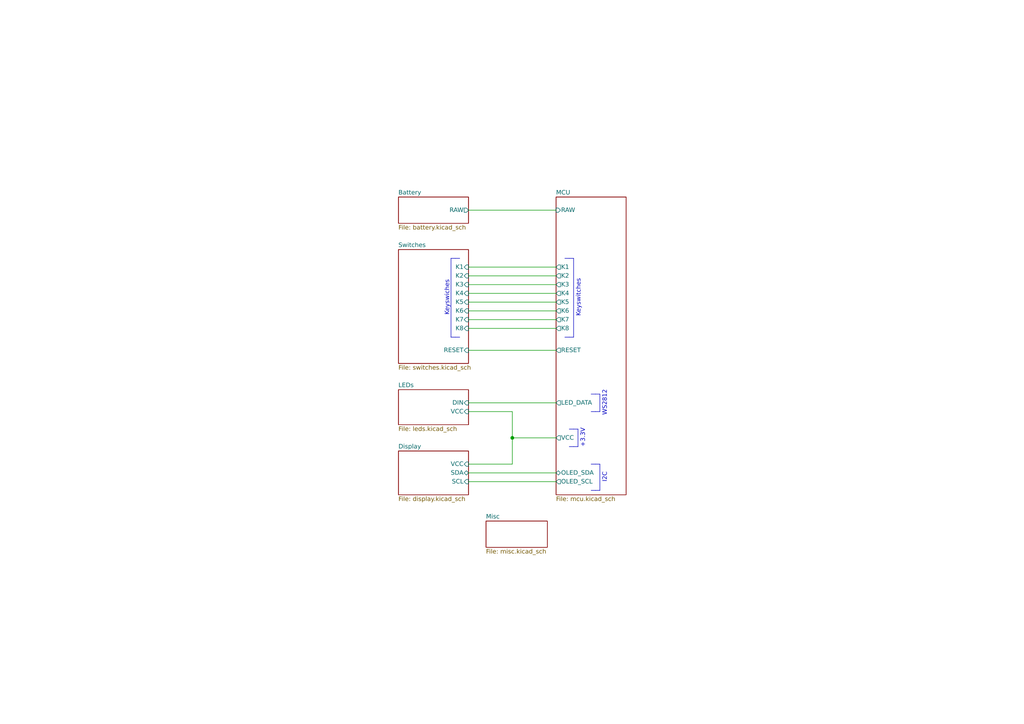
<source format=kicad_sch>
(kicad_sch
	(version 20231120)
	(generator "eeschema")
	(generator_version "8.0")
	(uuid "89376df8-7326-47b3-8c32-8cecf0dd9993")
	(paper "A4")
	(title_block
		(title "Artsey Ergo")
		(date "2024-12-07")
		(rev "v1.0.0")
		(company "TMShader")
		(comment 9 "Artsey Ergo")
	)
	(lib_symbols)
	(junction
		(at 148.59 127)
		(diameter 0)
		(color 0 0 0 0)
		(uuid "89ca65e4-0449-47e6-aaca-221951d161f3")
	)
	(polyline
		(pts
			(xy 165.1 74.93) (xy 163.83 74.93)
		)
		(stroke
			(width 0)
			(type default)
		)
		(uuid "03932bd7-bd99-4e14-8ca5-5a5c6a037976")
	)
	(wire
		(pts
			(xy 148.59 119.38) (xy 148.59 127)
		)
		(stroke
			(width 0)
			(type default)
		)
		(uuid "095a7f6d-8936-4093-b87e-3fa2639bc4d7")
	)
	(polyline
		(pts
			(xy 173.99 134.62) (xy 172.72 134.62)
		)
		(stroke
			(width 0)
			(type default)
		)
		(uuid "0f3db262-61ab-48cc-a9aa-d793696cd89c")
	)
	(polyline
		(pts
			(xy 172.72 142.24) (xy 171.45 142.24)
		)
		(stroke
			(width 0)
			(type default)
		)
		(uuid "266f7076-0dff-4104-b28a-f6c5096963bc")
	)
	(polyline
		(pts
			(xy 166.37 74.93) (xy 165.1 74.93)
		)
		(stroke
			(width 0)
			(type default)
		)
		(uuid "2c4a38d2-11ee-4d48-8755-d0a0954aa163")
	)
	(wire
		(pts
			(xy 135.89 95.25) (xy 161.29 95.25)
		)
		(stroke
			(width 0)
			(type default)
		)
		(uuid "2eaae516-dde2-424d-8b5c-565d07bb5be5")
	)
	(wire
		(pts
			(xy 135.89 92.71) (xy 161.29 92.71)
		)
		(stroke
			(width 0)
			(type default)
		)
		(uuid "2f4209b9-32de-4321-9d07-e908b66b2b51")
	)
	(polyline
		(pts
			(xy 173.99 119.38) (xy 172.72 119.38)
		)
		(stroke
			(width 0)
			(type default)
		)
		(uuid "32dc25c2-25aa-4846-82eb-6d4538b132cc")
	)
	(polyline
		(pts
			(xy 167.64 124.46) (xy 167.64 129.54)
		)
		(stroke
			(width 0)
			(type default)
		)
		(uuid "3b7198a5-3167-44e0-ae58-0460529d65e6")
	)
	(wire
		(pts
			(xy 148.59 127) (xy 161.29 127)
		)
		(stroke
			(width 0)
			(type default)
		)
		(uuid "3e212b60-b3a1-4022-9d89-4b9a22caabbf")
	)
	(polyline
		(pts
			(xy 172.72 119.38) (xy 171.45 119.38)
		)
		(stroke
			(width 0)
			(type default)
		)
		(uuid "42fb2ca6-5b24-4ffe-862a-5e46caeb16a2")
	)
	(polyline
		(pts
			(xy 173.99 114.3) (xy 172.72 114.3)
		)
		(stroke
			(width 0)
			(type default)
		)
		(uuid "446407ae-a7c6-4e10-8eef-1b2e9d467a86")
	)
	(wire
		(pts
			(xy 135.89 60.96) (xy 161.29 60.96)
		)
		(stroke
			(width 0)
			(type default)
		)
		(uuid "49bece6a-a31b-48f7-b451-f19ddaa270ee")
	)
	(polyline
		(pts
			(xy 132.08 74.93) (xy 133.35 74.93)
		)
		(stroke
			(width 0)
			(type default)
		)
		(uuid "4e814e0b-f882-4985-b4ce-17bab90afa01")
	)
	(polyline
		(pts
			(xy 132.08 97.79) (xy 133.35 97.79)
		)
		(stroke
			(width 0)
			(type default)
		)
		(uuid "5766dadb-60c6-4418-8c42-8f72396af9e5")
	)
	(polyline
		(pts
			(xy 172.72 114.3) (xy 171.45 114.3)
		)
		(stroke
			(width 0)
			(type default)
		)
		(uuid "5a115678-5fbe-4f57-a008-1bac8d7d3045")
	)
	(polyline
		(pts
			(xy 130.81 97.79) (xy 132.08 97.79)
		)
		(stroke
			(width 0)
			(type default)
		)
		(uuid "653dc39d-e714-4654-a78e-7011cf7b72ff")
	)
	(polyline
		(pts
			(xy 167.64 129.54) (xy 166.37 129.54)
		)
		(stroke
			(width 0)
			(type default)
		)
		(uuid "690dd3cc-0fc4-423d-bc6a-04f1ab4c3cdd")
	)
	(polyline
		(pts
			(xy 130.81 74.93) (xy 130.81 97.79)
		)
		(stroke
			(width 0)
			(type default)
		)
		(uuid "6f7692b6-1477-4bbc-8dd3-66e46516ac22")
	)
	(polyline
		(pts
			(xy 166.37 74.93) (xy 166.37 97.79)
		)
		(stroke
			(width 0)
			(type default)
		)
		(uuid "768bd073-89bc-42bf-b728-00492ccc10d7")
	)
	(wire
		(pts
			(xy 135.89 85.09) (xy 161.29 85.09)
		)
		(stroke
			(width 0)
			(type default)
		)
		(uuid "776027f2-081c-4c41-a7f9-2620debaa969")
	)
	(wire
		(pts
			(xy 135.89 137.16) (xy 161.29 137.16)
		)
		(stroke
			(width 0)
			(type default)
		)
		(uuid "778ccff2-978f-4180-8c9d-8e5465320d9d")
	)
	(polyline
		(pts
			(xy 173.99 142.24) (xy 172.72 142.24)
		)
		(stroke
			(width 0)
			(type default)
		)
		(uuid "80cd960c-1b82-47f3-995f-0be2c468937a")
	)
	(wire
		(pts
			(xy 135.89 134.62) (xy 148.59 134.62)
		)
		(stroke
			(width 0)
			(type default)
		)
		(uuid "8b7ee7ed-3e60-4753-badf-e0a4d14a1f1e")
	)
	(polyline
		(pts
			(xy 165.1 97.79) (xy 163.83 97.79)
		)
		(stroke
			(width 0)
			(type default)
		)
		(uuid "9678ba87-4b53-49fe-ac43-f2d7c75b6106")
	)
	(polyline
		(pts
			(xy 173.99 114.3) (xy 173.99 119.38)
		)
		(stroke
			(width 0)
			(type default)
		)
		(uuid "96d0c0a9-fb7c-4ed2-bb5d-4e3832035349")
	)
	(wire
		(pts
			(xy 135.89 101.6) (xy 161.29 101.6)
		)
		(stroke
			(width 0)
			(type default)
		)
		(uuid "9f6fabba-b100-4a11-9a9a-c71a81b6fb3b")
	)
	(polyline
		(pts
			(xy 167.64 124.46) (xy 166.37 124.46)
		)
		(stroke
			(width 0)
			(type default)
		)
		(uuid "a39be659-02d7-4cc0-8aec-3678b3ebe50c")
	)
	(polyline
		(pts
			(xy 166.37 129.54) (xy 165.1 129.54)
		)
		(stroke
			(width 0)
			(type default)
		)
		(uuid "a6802836-52a3-405b-bec5-f22c76a889d4")
	)
	(wire
		(pts
			(xy 135.89 87.63) (xy 161.29 87.63)
		)
		(stroke
			(width 0)
			(type default)
		)
		(uuid "b7c887da-f358-478f-b2aa-abf823f060f0")
	)
	(polyline
		(pts
			(xy 130.81 74.93) (xy 132.08 74.93)
		)
		(stroke
			(width 0)
			(type default)
		)
		(uuid "be5fda4e-e44d-4687-b051-9bb82e71885d")
	)
	(wire
		(pts
			(xy 135.89 82.55) (xy 161.29 82.55)
		)
		(stroke
			(width 0)
			(type default)
		)
		(uuid "bef4ebf2-b2ff-4bdf-88e8-51b352f414c3")
	)
	(wire
		(pts
			(xy 135.89 119.38) (xy 148.59 119.38)
		)
		(stroke
			(width 0)
			(type default)
		)
		(uuid "c36435cc-f6ec-401b-91b1-b10b8fa852b4")
	)
	(wire
		(pts
			(xy 135.89 80.01) (xy 161.29 80.01)
		)
		(stroke
			(width 0)
			(type default)
		)
		(uuid "c4d1561b-47fe-41f8-a859-27ed43ce0150")
	)
	(wire
		(pts
			(xy 135.89 77.47) (xy 161.29 77.47)
		)
		(stroke
			(width 0)
			(type default)
		)
		(uuid "cdf458bb-9792-40ee-ba87-64eb62106e5a")
	)
	(polyline
		(pts
			(xy 166.37 97.79) (xy 165.1 97.79)
		)
		(stroke
			(width 0)
			(type default)
		)
		(uuid "d131f21a-7b59-4764-bb21-d676401d2c2b")
	)
	(wire
		(pts
			(xy 135.89 139.7) (xy 161.29 139.7)
		)
		(stroke
			(width 0)
			(type default)
		)
		(uuid "d2bd9611-2029-4901-9286-2ad2774d79fb")
	)
	(polyline
		(pts
			(xy 172.72 134.62) (xy 171.45 134.62)
		)
		(stroke
			(width 0)
			(type default)
		)
		(uuid "d7eaa2ef-d39e-4f7e-99d5-4b42e62a9230")
	)
	(wire
		(pts
			(xy 148.59 134.62) (xy 148.59 127)
		)
		(stroke
			(width 0)
			(type default)
		)
		(uuid "daa31a69-6304-43fb-b827-039b6bbb9994")
	)
	(wire
		(pts
			(xy 135.89 90.17) (xy 161.29 90.17)
		)
		(stroke
			(width 0)
			(type default)
		)
		(uuid "dbb84c9d-3630-4740-8969-e7669c9b8e76")
	)
	(wire
		(pts
			(xy 135.89 116.84) (xy 161.29 116.84)
		)
		(stroke
			(width 0)
			(type default)
		)
		(uuid "f28d9c10-283c-443e-b5fa-83fde22aa137")
	)
	(polyline
		(pts
			(xy 166.37 124.46) (xy 165.1 124.46)
		)
		(stroke
			(width 0)
			(type default)
		)
		(uuid "fbf36a4a-eae6-4709-81a0-6a83e40abf52")
	)
	(polyline
		(pts
			(xy 173.99 134.62) (xy 173.99 142.24)
		)
		(stroke
			(width 0)
			(type default)
		)
		(uuid "fc95f0b6-d37c-4b5a-aa13-f99e661dd232")
	)
	(text "I2C"
		(exclude_from_sim no)
		(at 176.53 138.43 90)
		(effects
			(font
				(face "Lexend")
				(size 1.27 1.27)
			)
			(justify bottom)
		)
		(uuid "153c0ea6-dcca-461c-98dd-34db40eb1575")
	)
	(text "Keyswiches"
		(exclude_from_sim no)
		(at 130.81 86.36 90)
		(effects
			(font
				(face "Lexend")
				(size 1.27 1.27)
			)
			(justify bottom)
		)
		(uuid "16465c94-d46d-4b4d-b411-a5e365d32be5")
	)
	(text "+3.3V"
		(exclude_from_sim no)
		(at 170.18 127 90)
		(effects
			(font
				(face "Lexend")
				(size 1.27 1.27)
			)
			(justify bottom)
		)
		(uuid "4b1a3194-8120-4032-93c2-74058673d7d0")
	)
	(text "${SHEETNAME}\n"
		(exclude_from_sim no)
		(at 19.05 25.4 0)
		(effects
			(font
				(face "Lexend")
				(size 8 8)
				(thickness 1.6256)
				(bold yes)
			)
			(justify left top)
		)
		(uuid "8e787b5e-c83a-46b7-80d9-6f889b26c7f5")
	)
	(text "Keyswitches"
		(exclude_from_sim no)
		(at 168.91 86.36 90)
		(effects
			(font
				(face "Lexend")
				(size 1.27 1.27)
			)
			(justify bottom)
		)
		(uuid "b99c80c6-fc43-4261-a5ed-f50cec0c91ce")
	)
	(text "WS2812"
		(exclude_from_sim no)
		(at 176.53 116.84 90)
		(effects
			(font
				(face "Lexend")
				(size 1.27 1.27)
			)
			(justify bottom)
		)
		(uuid "d56c6257-b45c-4511-ba32-db527ba685ce")
	)
	(sheet
		(at 115.57 57.15)
		(size 20.32 7.62)
		(stroke
			(width 0.1524)
			(type solid)
		)
		(fill
			(color 0 0 0 0.0000)
		)
		(uuid "1d3fe100-7dfe-4337-8483-091e1ba524f3")
		(property "Sheetname" "Battery"
			(at 115.57 55.88 0)
			(effects
				(font
					(face "Lexend")
					(size 1.27 1.27)
				)
				(justify left)
			)
		)
		(property "Sheetfile" "battery.kicad_sch"
			(at 115.57 66.04 0)
			(effects
				(font
					(face "Lexend")
					(size 1.27 1.27)
				)
				(justify left)
			)
		)
		(pin "RAW" output
			(at 135.89 60.96 0)
			(effects
				(font
					(face "Lexend")
					(size 1.27 1.27)
				)
				(justify right)
			)
			(uuid "ecf15ee7-3175-470d-9f70-9e193b70e43c")
		)
		(instances
			(project "artsey_ergo"
				(path "/b0cc1372-dd77-4c7b-80f4-446de8540008/24081743-b7db-4273-9c5a-be72845f7f51"
					(page "3")
				)
			)
		)
	)
	(sheet
		(at 140.97 151.13)
		(size 17.78 7.62)
		(stroke
			(width 0.1524)
			(type solid)
		)
		(fill
			(color 0 0 0 0.0000)
		)
		(uuid "71a11289-8d29-4ddc-b2f7-16a8f56cf1f2")
		(property "Sheetname" "Misc"
			(at 140.97 149.86 0)
			(effects
				(font
					(face "Lexend")
					(size 1.27 1.27)
				)
				(justify left)
			)
		)
		(property "Sheetfile" "misc.kicad_sch"
			(at 140.97 160.02 0)
			(effects
				(font
					(face "Lexend")
					(size 1.27 1.27)
				)
				(justify left)
			)
		)
		(instances
			(project "artsey_ergo"
				(path "/b0cc1372-dd77-4c7b-80f4-446de8540008/24081743-b7db-4273-9c5a-be72845f7f51"
					(page "8")
				)
			)
		)
	)
	(sheet
		(at 115.57 113.03)
		(size 20.32 10.16)
		(stroke
			(width 0.1524)
			(type solid)
		)
		(fill
			(color 0 0 0 0.0000)
		)
		(uuid "925a3d53-3eb0-4060-9a91-943b67195805")
		(property "Sheetname" "LEDs"
			(at 115.57 111.76 0)
			(effects
				(font
					(face "Lexend")
					(size 1.27 1.27)
				)
				(justify left)
			)
		)
		(property "Sheetfile" "leds.kicad_sch"
			(at 115.57 124.46 0)
			(effects
				(font
					(face "Lexend")
					(size 1.27 1.27)
				)
				(justify left)
			)
		)
		(pin "DIN" input
			(at 135.89 116.84 0)
			(effects
				(font
					(face "Lexend")
					(size 1.27 1.27)
				)
				(justify right)
			)
			(uuid "9f93304b-bc4d-443c-8f68-6905d01bfc11")
		)
		(pin "VCC" input
			(at 135.89 119.38 0)
			(effects
				(font
					(face "Lexend")
					(size 1.27 1.27)
				)
				(justify right)
			)
			(uuid "a0028a93-9afd-4828-9a32-571f5689925e")
		)
		(instances
			(project "artsey_ergo"
				(path "/b0cc1372-dd77-4c7b-80f4-446de8540008/24081743-b7db-4273-9c5a-be72845f7f51"
					(page "5")
				)
			)
		)
	)
	(sheet
		(at 115.57 130.81)
		(size 20.32 12.7)
		(stroke
			(width 0.1524)
			(type solid)
		)
		(fill
			(color 0 0 0 0.0000)
		)
		(uuid "99e6e873-2591-4ee0-b907-9b8dc0ee8494")
		(property "Sheetname" "Display"
			(at 115.57 129.54 0)
			(effects
				(font
					(face "Lexend")
					(size 1.27 1.27)
				)
				(justify left)
			)
		)
		(property "Sheetfile" "display.kicad_sch"
			(at 115.57 144.78 0)
			(effects
				(font
					(face "Lexend")
					(size 1.27 1.27)
				)
				(justify left)
			)
		)
		(pin "VCC" input
			(at 135.89 134.62 0)
			(effects
				(font
					(face "Lexend")
					(size 1.27 1.27)
				)
				(justify right)
			)
			(uuid "e55e723e-99a4-406f-92b0-5759dde08816")
		)
		(pin "SDA" bidirectional
			(at 135.89 137.16 0)
			(effects
				(font
					(face "Lexend")
					(size 1.27 1.27)
				)
				(justify right)
			)
			(uuid "62f6b66a-73e5-490f-8567-1b909146b68a")
		)
		(pin "SCL" input
			(at 135.89 139.7 0)
			(effects
				(font
					(face "Lexend")
					(size 1.27 1.27)
				)
				(justify right)
			)
			(uuid "2030712d-5611-4e58-b6e3-d24afc510fa9")
		)
		(instances
			(project "artsey_ergo"
				(path "/b0cc1372-dd77-4c7b-80f4-446de8540008/24081743-b7db-4273-9c5a-be72845f7f51"
					(page "6")
				)
			)
		)
	)
	(sheet
		(at 161.29 57.15)
		(size 20.32 86.36)
		(stroke
			(width 0.1524)
			(type solid)
		)
		(fill
			(color 0 0 0 0.0000)
		)
		(uuid "e3ea4abc-fddf-491c-af63-d0d1ff1c6129")
		(property "Sheetname" "MCU"
			(at 161.29 55.88 0)
			(effects
				(font
					(face "Lexend")
					(size 1.27 1.27)
				)
				(justify left)
			)
		)
		(property "Sheetfile" "mcu.kicad_sch"
			(at 161.29 144.78 0)
			(effects
				(font
					(face "Lexend")
					(size 1.27 1.27)
				)
				(justify left)
			)
		)
		(pin "OLED_SDA" bidirectional
			(at 161.29 137.16 180)
			(effects
				(font
					(face "Lexend")
					(size 1.27 1.27)
				)
				(justify left)
			)
			(uuid "752aed64-3b49-469d-9040-05f72e52aafd")
		)
		(pin "OLED_SCL" output
			(at 161.29 139.7 180)
			(effects
				(font
					(face "Lexend")
					(size 1.27 1.27)
				)
				(justify left)
			)
			(uuid "d7112f0a-21bf-4fe2-91fa-5c87eb056b1f")
		)
		(pin "RAW" input
			(at 161.29 60.96 180)
			(effects
				(font
					(face "Lexend")
					(size 1.27 1.27)
				)
				(justify left)
			)
			(uuid "7163edfd-7873-4ede-9d7f-fc3a967e0c28")
		)
		(pin "VCC" output
			(at 161.29 127 180)
			(effects
				(font
					(face "Lexend")
					(size 1.27 1.27)
				)
				(justify left)
			)
			(uuid "07f90d96-ad5c-48de-a4d5-ae126b51a67a")
		)
		(pin "RESET" output
			(at 161.29 101.6 180)
			(effects
				(font
					(face "Lexend")
					(size 1.27 1.27)
				)
				(justify left)
			)
			(uuid "15c08b7d-be07-4460-8c25-e55c192938a9")
		)
		(pin "K3" output
			(at 161.29 82.55 180)
			(effects
				(font
					(face "Lexend")
					(size 1.27 1.27)
				)
				(justify left)
			)
			(uuid "ac9d6878-0bad-4e33-a3fa-41eab4563478")
		)
		(pin "K4" output
			(at 161.29 85.09 180)
			(effects
				(font
					(face "Lexend")
					(size 1.27 1.27)
				)
				(justify left)
			)
			(uuid "db9245f6-b0a0-4156-8ade-c8558c664622")
		)
		(pin "K5" output
			(at 161.29 87.63 180)
			(effects
				(font
					(face "Lexend")
					(size 1.27 1.27)
				)
				(justify left)
			)
			(uuid "976a56db-45a5-406d-95b8-3fc6045ab039")
		)
		(pin "K2" output
			(at 161.29 80.01 180)
			(effects
				(font
					(face "Lexend")
					(size 1.27 1.27)
				)
				(justify left)
			)
			(uuid "dd496962-c1ed-4563-b29f-35bbd8bd458c")
		)
		(pin "K1" output
			(at 161.29 77.47 180)
			(effects
				(font
					(face "Lexend")
					(size 1.27 1.27)
				)
				(justify left)
			)
			(uuid "8c8878fe-3908-4e21-b777-35ba5fcc10fd")
		)
		(pin "K7" output
			(at 161.29 92.71 180)
			(effects
				(font
					(face "Lexend")
					(size 1.27 1.27)
				)
				(justify left)
			)
			(uuid "bca0350f-5def-411f-af5f-0326386e088a")
		)
		(pin "K6" output
			(at 161.29 90.17 180)
			(effects
				(font
					(face "Lexend")
					(size 1.27 1.27)
				)
				(justify left)
			)
			(uuid "0e4a5024-38cd-4c94-8af5-b57cf9102597")
		)
		(pin "K8" output
			(at 161.29 95.25 180)
			(effects
				(font
					(face "Lexend")
					(size 1.27 1.27)
				)
				(justify left)
			)
			(uuid "c1853566-bf5d-4b1a-8226-b56c87c2546b")
		)
		(pin "LED_DATA" output
			(at 161.29 116.84 180)
			(effects
				(font
					(face "Lexend")
					(size 1.27 1.27)
				)
				(justify left)
			)
			(uuid "ab963e8d-d2f1-41d9-97a4-b55ff4b2aa5f")
		)
		(instances
			(project "artsey_ergo"
				(path "/b0cc1372-dd77-4c7b-80f4-446de8540008/24081743-b7db-4273-9c5a-be72845f7f51"
					(page "7")
				)
			)
		)
	)
	(sheet
		(at 115.57 72.39)
		(size 20.32 33.02)
		(stroke
			(width 0.1524)
			(type solid)
		)
		(fill
			(color 0 0 0 0.0000)
		)
		(uuid "ee543acd-84c4-48b0-9de4-fe263104bc88")
		(property "Sheetname" "Switches"
			(at 115.57 71.12 0)
			(effects
				(font
					(face "Lexend")
					(size 1.27 1.27)
				)
				(justify left)
			)
		)
		(property "Sheetfile" "switches.kicad_sch"
			(at 115.57 106.68 0)
			(effects
				(font
					(face "Lexend")
					(size 1.27 1.27)
				)
				(justify left)
			)
		)
		(pin "K6" input
			(at 135.89 90.17 0)
			(effects
				(font
					(face "Lexend")
					(size 1.27 1.27)
				)
				(justify right)
			)
			(uuid "afec2494-48be-43b4-86fa-b93ded40c5ab")
		)
		(pin "K5" input
			(at 135.89 87.63 0)
			(effects
				(font
					(face "Lexend")
					(size 1.27 1.27)
				)
				(justify right)
			)
			(uuid "0a1841ae-1853-420a-9fcd-1c2c98930ab4")
		)
		(pin "K7" input
			(at 135.89 92.71 0)
			(effects
				(font
					(face "Lexend")
					(size 1.27 1.27)
				)
				(justify right)
			)
			(uuid "dd00266a-cf8a-47a7-a732-530ab35f40fe")
		)
		(pin "K3" input
			(at 135.89 82.55 0)
			(effects
				(font
					(face "Lexend")
					(size 1.27 1.27)
				)
				(justify right)
			)
			(uuid "00a9ce8d-9601-454a-aac4-17664af0ac36")
		)
		(pin "K8" input
			(at 135.89 95.25 0)
			(effects
				(font
					(face "Lexend")
					(size 1.27 1.27)
				)
				(justify right)
			)
			(uuid "12bdfe7e-8a32-4d50-82af-4826726f8354")
		)
		(pin "K4" input
			(at 135.89 85.09 0)
			(effects
				(font
					(face "Lexend")
					(size 1.27 1.27)
				)
				(justify right)
			)
			(uuid "191c6f37-641e-4f22-9944-58ab6007d0b5")
		)
		(pin "K2" input
			(at 135.89 80.01 0)
			(effects
				(font
					(face "Lexend")
					(size 1.27 1.27)
				)
				(justify right)
			)
			(uuid "496df6c4-1278-4e70-9817-f26142b1f003")
		)
		(pin "K1" input
			(at 135.89 77.47 0)
			(effects
				(font
					(face "Lexend")
					(size 1.27 1.27)
				)
				(justify right)
			)
			(uuid "5e489519-11be-4b2d-bb5b-4c175b2132f5")
		)
		(pin "RESET" input
			(at 135.89 101.6 0)
			(effects
				(font
					(face "Lexend")
					(size 1.27 1.27)
				)
				(justify right)
			)
			(uuid "4c043e7f-e69a-45d0-99d5-f5203ff1270c")
		)
		(instances
			(project "artsey_ergo"
				(path "/b0cc1372-dd77-4c7b-80f4-446de8540008/24081743-b7db-4273-9c5a-be72845f7f51"
					(page "4")
				)
			)
		)
	)
)

</source>
